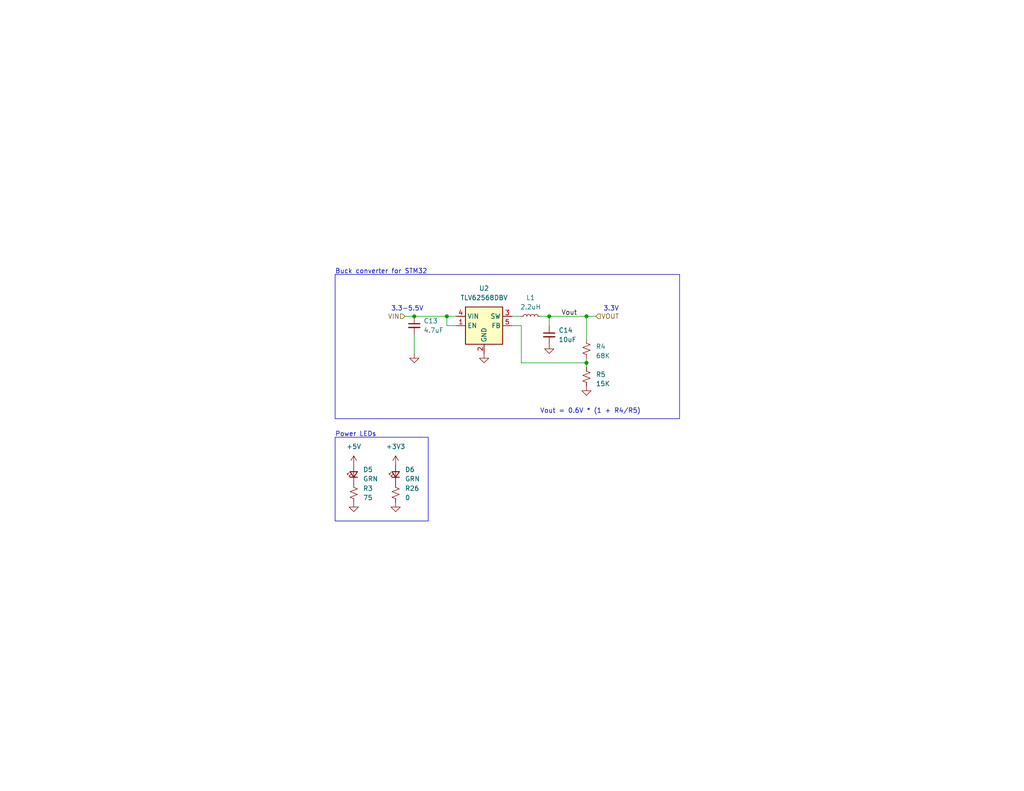
<source format=kicad_sch>
(kicad_sch (version 20230121) (generator eeschema)
  (paper "USLetter")
  (title_block (title "STM32 Buck Converter") (date "2023-09-16") (rev "A") (company "ECE 477"))
  (lib_symbols
    (symbol "Device:C_Small" (pin_numbers hide) (pin_names (offset 0.254) hide)
      (property "Reference" "C" (at 0.254 1.778 0))
      (property "Value" "C_Small" (at 0.254 -2.032 0))
      (symbol "C_Small_0_1"
        (polyline (pts (xy -1.524 -0.508) (xy 1.524 -0.508)) (stroke (width 0.3302)))
        (polyline (pts (xy -1.524 0.508) (xy 1.524 0.508)) (stroke (width 0.3048)))
      )
      (symbol "C_Small_1_1"
        (pin passive line (at 0 2.54 270) (length 2.032) (name "~") (number "1"))
        (pin passive line (at 0 -2.54 90) (length 2.032) (name "~") (number "2"))
      )
    )
    (symbol "Device:LED_Small" (pin_numbers hide) (pin_names (offset 0.254) hide)
      (property "Reference" "D" (at -1.27 3.175 0))
      (property "Value" "LED_Small" (at -4.445 -2.54 0))
      (symbol "LED_Small_0_1"
        (polyline (pts (xy -0.762 -1.016) (xy -0.762 1.016)) (stroke (width 0.254)))
        (polyline (pts (xy 1.016 0) (xy -0.762 0)))
        (polyline (pts (xy 0.762 -1.016) (xy -0.762 0) (xy 0.762 1.016) (xy 0.762 -1.016)) (stroke (width 0.254)))
        (polyline (pts (xy 0 0.762) (xy -0.508 1.27) (xy -0.254 1.27) (xy -0.508 1.27) (xy -0.508 1.016)))
        (polyline (pts (xy 0.508 1.27) (xy 0 1.778) (xy 0.254 1.778) (xy 0 1.778) (xy 0 1.524)))
      )
      (symbol "LED_Small_1_1"
        (pin passive line (at -2.54 0 0) (length 1.778) (name "K") (number "1"))
        (pin passive line (at 2.54 0 180) (length 1.778) (name "A") (number "2"))
      )
    )
    (symbol "Device:L_Small" (pin_numbers hide) (pin_names (offset 0.254) hide)
      (property "Reference" "L" (at 0.762 1.016 0))
      (property "Value" "L_Small" (at 0.762 -1.016 0))
      (symbol "L_Small_0_1"
        (arc (start 0 -2.032) (mid 0.5058 -1.524) (end 0 -1.016))
        (arc (start 0 -1.016) (mid 0.5058 -0.508) (end 0 0))
        (arc (start 0 0) (mid 0.5058 0.508) (end 0 1.016))
        (arc (start 0 1.016) (mid 0.5058 1.524) (end 0 2.032))
      )
      (symbol "L_Small_1_1"
        (pin passive line (at 0 2.54 270) (length 0.508) (name "~") (number "1"))
        (pin passive line (at 0 -2.54 90) (length 0.508) (name "~") (number "2"))
      )
    )
    (symbol "Device:R_Small_US" (pin_numbers hide) (pin_names (offset 0.254) hide)
      (property "Reference" "R" (at 0.762 0.508 0))
      (property "Value" "R_Small_US" (at 0.762 -1.016 0))
      (symbol "R_Small_US_1_1"
        (polyline (pts (xy 0 0) (xy 1.016 -0.381) (xy 0 -0.762) (xy -1.016 -1.143) (xy 0 -1.524)))
        (polyline (pts (xy 0 1.524) (xy 1.016 1.143) (xy 0 0.762) (xy -1.016 0.381) (xy 0 0)))
        (pin passive line (at 0 2.54 270) (length 1.016) (name "~") (number "1"))
        (pin passive line (at 0 -2.54 90) (length 1.016) (name "~") (number "2"))
      )
    )
    (symbol "Regulator_Switching:TLV62568DBV"
      (property "Reference" "U" (at -5.08 6.35 0))
      (property "Value" "TLV62568DBV" (at 0 6.35 0))
      (symbol "TLV62568DBV_0_1"
        (rectangle (start -5.08 5.08) (end 5.08 -5.08) (stroke (width 0.254)) (fill (type background)))
      )
      (symbol "TLV62568DBV_1_1"
        (pin input line (at -7.62 0 0) (length 2.54) (name "EN") (number "1"))
        (pin power_in line (at 0 -7.62 90) (length 2.54) (name "GND") (number "2"))
        (pin power_out line (at 7.62 2.54 180) (length 2.54) (name "SW") (number "3"))
        (pin power_in line (at -7.62 2.54 0) (length 2.54) (name "VIN") (number "4"))
        (pin input line (at 7.62 0 180) (length 2.54) (name "FB") (number "5"))
      )
    )
    (symbol "power:+3V3" (power) (pin_names (offset 0))
      (property "Value" "+3V3" (at 0 3.556 0))
      (symbol "+3V3_0_1"
        (polyline (pts (xy -0.762 1.27) (xy 0 2.54)))
        (polyline (pts (xy 0 0) (xy 0 2.54)))
        (polyline (pts (xy 0 2.54) (xy 0.762 1.27)))
      )
      (symbol "+3V3_1_1"
        (pin power_in line (at 0 0 90) (length 0) hide (name "+3V3") (number "1"))
      )
    )
    (symbol "power:+5V" (power) (pin_names (offset 0))
      (property "Value" "+5V" (at 0 3.556 0))
      (symbol "+5V_0_1"
        (polyline (pts (xy -0.762 1.27) (xy 0 2.54)))
        (polyline (pts (xy 0 0) (xy 0 2.54)))
        (polyline (pts (xy 0 2.54) (xy 0.762 1.27)))
      )
      (symbol "+5V_1_1"
        (pin power_in line (at 0 0 90) (length 0) hide (name "+5V") (number "1"))
      )
    )
    (symbol "power:GND" (power) (pin_names (offset 0))
      (property "Value" "GND" (at 0 -3.81 0))
      (symbol "GND_0_1"
        (polyline (pts (xy 0 0) (xy 0 -1.27) (xy 1.27 -1.27) (xy 0 -2.54) (xy -1.27 -1.27) (xy 0 -1.27)))
      )
      (symbol "GND_1_1"
        (pin power_in line (at 0 0 270) (length 0) hide (name "GND") (number "1"))
      )
    )
  )
  (junction (at 160.02 86.36))
  (junction (at 149.86 86.36))
  (junction (at 160.02 99.06))
  (junction (at 113.03 86.36))
  (junction (at 121.92 86.36))
  (wire (pts (xy 142.24 99.06) (xy 142.24 88.9)))
  (wire (pts (xy 160.02 86.36) (xy 160.02 92.71)))
  (wire (pts (xy 139.7 86.36) (xy 142.24 86.36)))
  (polyline (pts (xy 91.44 74.93) (xy 91.44 114.3)))
  (wire (pts (xy 139.7 88.9) (xy 142.24 88.9)))
  (wire (pts (xy 160.02 99.06) (xy 160.02 100.33)))
  (wire (pts (xy 160.02 97.79) (xy 160.02 99.06)))
  (wire (pts (xy 113.03 91.44) (xy 113.03 96.52)))
  (polyline (pts (xy 91.44 114.3) (xy 185.42 114.3)))
  (wire (pts (xy 149.86 86.36) (xy 149.86 88.9)))
  (wire (pts (xy 149.86 86.36) (xy 160.02 86.36)))
  (wire (pts (xy 160.02 86.36) (xy 162.56 86.36)))
  (wire (pts (xy 121.92 86.36) (xy 121.92 88.9)))
  (wire (pts (xy 110.49 86.36) (xy 113.03 86.36)))
  (wire (pts (xy 147.32 86.36) (xy 149.86 86.36)))
  (polyline (pts (xy 185.42 114.3) (xy 185.42 74.93)))
  (wire (pts (xy 113.03 86.36) (xy 121.92 86.36)))
  (polyline (pts (xy 185.42 74.93) (xy 91.44 74.93)))
  (wire (pts (xy 124.46 88.9) (xy 121.92 88.9)))
  (wire (pts (xy 142.24 99.06) (xy 160.02 99.06)))
  (wire (pts (xy 121.92 86.36) (xy 124.46 86.36)))
  (rectangle (start 91.44 119.38) (end 116.84 142.24))
  (text "Vout = 0.6V * (1 + R4/R5)" (at 147.32 113.03 0) (effects (font (size 1.27 1.27)) (justify left bottom)))
  (text "3.3V" (at 168.91 85.09 0) (effects (font (size 1.27 1.27)) (justify right bottom)))
  (text "Power LEDs" (at 91.44 119.38 0) (effects (font (size 1.27 1.27)) (justify left bottom)))
  (text "Buck converter for STM32" (at 91.44 74.93 0) (effects (font (size 1.27 1.27)) (justify left bottom)))
  (text "3.3-5.5V" (at 106.68 85.09 0) (effects (font (size 1.27 1.27)) (justify left bottom)))
  (label "Vout" (at 157.48 86.36 180))
  (hierarchical_label "VIN" (shape input) (at 110.49 86.36 180))
  (hierarchical_label "VOUT" (shape input) (at 162.56 86.36 0))
  (symbol (lib_id "power:GND") (at 132.08 96.52 0) (unit 1)
    (property "Reference" "#PWR024" (effects hide))
    (property "Value" "GND" (effects hide))
    (instances (project "Master PCB" (path "" (reference "#PWR024") (unit 1)) (path "" (reference "#PWR035") (unit 1))))
  )
  (symbol (lib_id "Device:LED_Small") (at 107.95 129.54 90) (unit 1)
    (property "Reference" "D6" (at 110.49 128.2065 90) (effects (justify right)))
    (property "Value" "GRN" (at 110.49 130.7465 90) (effects (justify right)))
    (property "Footprint" "LED_SMD:LED_0805_2012Metric_Pad1.15x1.40mm_HandSolder" (effects hide))
  )
  (symbol (lib_id "Device:R_Small_US") (at 160.02 95.25 0) (unit 1)
    (property "Reference" "R4" (at 162.56 94.615 0) (effects (justify left)))
    (property "Value" "68K" (at 162.56 97.155 0) (effects (justify left)))
    (property "Footprint" "Resistor_SMD:R_0805_2012Metric_Pad1.20x1.40mm_HandSolder" (effects hide))
  )
  (symbol (lib_id "power:GND") (at 113.03 96.52 0) (unit 1)
    (property "Reference" "#PWR025" (effects hide))
    (property "Value" "GND" (effects hide))
    (instances (project "Master PCB" (path "" (reference "#PWR025") (unit 1)) (path "" (reference "#PWR034") (unit 1))))
  )
  (symbol (lib_id "power:GND") (at 160.02 105.41 0) (unit 1)
    (property "Reference" "#PWR028" (effects hide))
    (property "Value" "GND" (effects hide))
    (instances (project "Master PCB" (path "" (reference "#PWR028") (unit 1)) (path "" (reference "#PWR037") (unit 1))))
  )
  (symbol (lib_id "Device:R_Small_US") (at 96.52 134.62 0) (unit 1)
    (property "Reference" "R3" (at 99.06 133.35 0) (effects (justify left)))
    (property "Value" "75" (at 99.06 135.89 0) (effects (justify left)))
    (property "Footprint" "Resistor_SMD:R_0805_2012Metric_Pad1.20x1.40mm_HandSolder" (effects hide))
  )
  (symbol (lib_id "Device:R_Small_US") (at 107.95 134.62 0) (unit 1)
    (property "Reference" "R26" (at 110.49 133.35 0) (effects (justify left)))
    (property "Value" "0" (at 110.49 135.89 0) (effects (justify left)))
    (property "Footprint" "Resistor_SMD:R_0805_2012Metric_Pad1.20x1.40mm_HandSolder" (effects hide))
  )
  (symbol (lib_id "Regulator_Switching:TLV62568DBV") (at 132.08 88.9 0) (unit 1)
    (property "Reference" "U2" (at 132.08 78.74 0))
    (property "Value" "TLV62568DBV" (at 132.08 81.28 0))
    (property "Footprint" "Package_TO_SOT_SMD:SOT-23-5" (effects hide))
    (property "Datasheet" "http://www.ti.com/lit/ds/symlink/tlv62568.pdf" (effects hide))
    (instances (project "Master PCB" (path "" (reference "U2") (unit 1)) (path "" (reference "U3") (unit 1))))
  )
  (symbol (lib_id "Device:R_Small_US") (at 160.02 102.87 0) (unit 1)
    (property "Reference" "R5" (at 162.56 102.235 0) (effects (justify left)))
    (property "Value" "15K" (at 162.56 104.775 0) (effects (justify left)))
    (property "Footprint" "Resistor_SMD:R_0805_2012Metric_Pad1.20x1.40mm_HandSolder" (effects hide))
  )
  (symbol (lib_id "Device:LED_Small") (at 96.52 129.54 90) (unit 1)
    (property "Reference" "D5" (at 99.06 128.2065 90) (effects (justify right)))
    (property "Value" "GRN" (at 99.06 130.7465 90) (effects (justify right)))
    (property "Footprint" "LED_SMD:LED_0805_2012Metric_Pad1.15x1.40mm_HandSolder" (effects hide))
  )
  (symbol (lib_id "Device:C_Small") (at 113.03 88.9 0) (unit 1)
    (property "Reference" "C13" (at 115.57 87.63 0) (effects (justify left)))
    (property "Value" "4.7uF" (at 115.57 90.17 0) (effects (justify left)))
    (property "Footprint" "Capacitor_SMD:C_0805_2012Metric_Pad1.18x1.45mm_HandSolder" (effects hide))
  )
  (symbol (lib_id "power:GND") (at 149.86 93.98 0) (unit 1)
    (property "Reference" "#PWR029" (effects hide))
    (property "Value" "GND" (effects hide))
    (instances (project "Master PCB" (path "" (reference "#PWR029") (unit 1)) (path "" (reference "#PWR036") (unit 1))))
  )
  (symbol (lib_id "Device:L_Small") (at 144.78 86.36 90) (unit 1)
    (property "Reference" "L1" (at 144.78 81.28 90))
    (property "Value" "2.2uH" (at 144.78 83.82 90))
    (property "Footprint" "Inductor_SMD_Other:L_4.0x4.0_H1.8" (effects hide))
  )
  (symbol (lib_id "power:GND") (at 107.95 137.16 0) (unit 1)
    (property "Reference" "#PWR091" (effects hide))
    (property "Value" "GND" (effects hide))
  )
  (symbol (lib_id "power:+5V") (at 96.52 127 0) (unit 1)
    (property "Reference" "#PWR033" (effects hide))
    (property "Value" "+5V" (at 96.52 121.92 0))
  )
  (symbol (lib_id "power:GND") (at 96.52 137.16 0) (unit 1)
    (property "Reference" "#PWR090" (effects hide))
    (property "Value" "GND" (effects hide))
    (instances (project "Master PCB" (path "" (reference "#PWR090") (unit 1)) (path "" (reference "#PWR039") (unit 1))))
  )
  (symbol (lib_id "Device:C_Small") (at 149.86 91.44 0) (unit 1)
    (property "Reference" "C14" (at 152.4 90.1763 0) (effects (justify left)))
    (property "Value" "10uF" (at 152.4 92.7163 0) (effects (justify left)))
    (property "Footprint" "Capacitor_SMD:C_0805_2012Metric_Pad1.18x1.45mm_HandSolder" (effects hide))
  )
  (symbol (lib_id "power:+3V3") (at 107.95 127 0) (unit 1)
    (property "Reference" "#PWR039" (effects hide))
    (property "Value" "+3V3" (at 107.95 121.92 0))
    (instances (project "Master PCB" (path "" (reference "#PWR039") (unit 1)) (path "" (reference "#PWR090") (unit 1))))
  )
)
</source>
